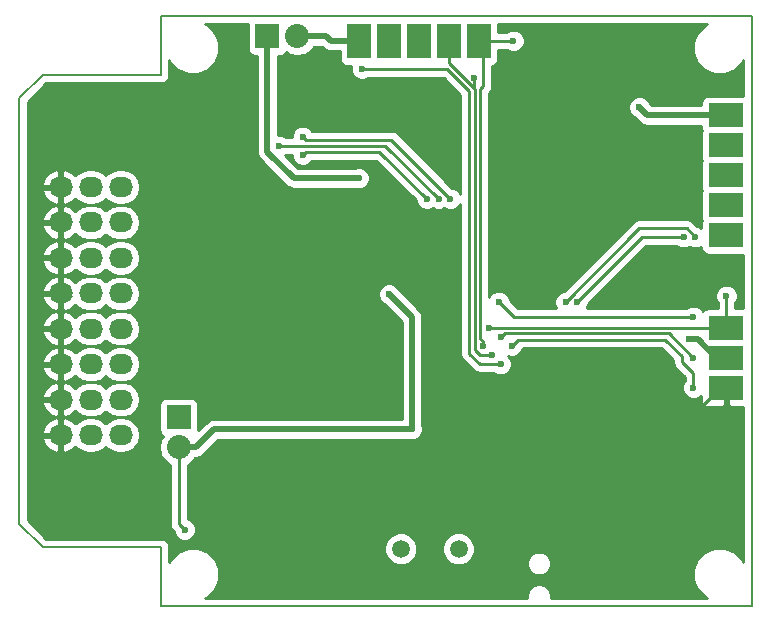
<source format=gbl>
G04 #@! TF.FileFunction,Copper,L2,Bot,Signal*
%FSLAX46Y46*%
G04 Gerber Fmt 4.6, Leading zero omitted, Abs format (unit mm)*
G04 Created by KiCad (PCBNEW 4.0.5-e0-6337~49~ubuntu16.04.1) date Thu Jan  5 22:53:43 2017*
%MOMM*%
%LPD*%
G01*
G04 APERTURE LIST*
%ADD10C,0.100000*%
%ADD11C,0.150000*%
%ADD12O,2.032000X1.727200*%
%ADD13R,2.000000X3.000000*%
%ADD14R,3.000000X2.000000*%
%ADD15R,2.032000X2.032000*%
%ADD16O,2.032000X2.032000*%
%ADD17C,1.501140*%
%ADD18C,0.600000*%
%ADD19C,0.250000*%
%ADD20C,0.500000*%
%ADD21C,0.254000*%
G04 APERTURE END LIST*
D10*
D11*
X25000000Y-25000000D02*
X25000000Y25000000D01*
X-25000000Y-25000000D02*
X25000000Y-25000000D01*
X-25000000Y-20000000D02*
X-25000000Y-25000000D01*
X-35000000Y-20000000D02*
X-25000000Y-20000000D01*
X-37000000Y-18000000D02*
X-35000000Y-20000000D01*
X-37000000Y18000000D02*
X-37000000Y-18000000D01*
X-35000000Y20000000D02*
X-37000000Y18000000D01*
X-25000000Y20000000D02*
X-35000000Y20000000D01*
X-25000000Y25000000D02*
X-25000000Y20000000D01*
X25000000Y25000000D02*
X-25000000Y25000000D01*
D12*
X-33500000Y10500000D03*
X-33500000Y7500000D03*
X-33500000Y4500000D03*
X-33500000Y1500000D03*
X-33500000Y-1500000D03*
X-33500000Y-4500000D03*
X-33500000Y-7500000D03*
X-33500000Y-10500000D03*
X-30960000Y10500000D03*
X-30960000Y7500000D03*
X-30960000Y4500000D03*
X-30960000Y1500000D03*
X-30960000Y-1500000D03*
X-30960000Y-4500000D03*
X-30960000Y-7500000D03*
X-30960000Y-10500000D03*
X-28420000Y10500000D03*
X-28420000Y7500000D03*
X-28420000Y4500000D03*
X-28420000Y1500000D03*
X-28420000Y-1500000D03*
X-28420000Y-4500000D03*
X-28420000Y-7500000D03*
X-28420000Y-10500000D03*
D13*
X-8236000Y22865000D03*
X-5696000Y22865000D03*
X-3156000Y22865000D03*
X-616000Y22865000D03*
X1924000Y22865000D03*
D14*
X22865000Y-1397000D03*
X22865000Y-3937000D03*
X22865000Y-6477000D03*
D15*
X-16000000Y23250000D03*
D16*
X-13460000Y23250000D03*
D15*
X-23500000Y-9000000D03*
D16*
X-23500000Y-11540000D03*
D14*
X22865000Y16580000D03*
X22865000Y14040000D03*
X22865000Y11500000D03*
X22865000Y8960000D03*
X22865000Y6420000D03*
D17*
X-4690940Y-20130000D03*
X190940Y-20130000D03*
D18*
X-2140000Y-22206000D03*
X-11030000Y-16110000D03*
X3250000Y16750000D03*
X-19900000Y16800000D03*
X-19900000Y13300000D03*
X-15200000Y-11500000D03*
X-19000000Y-14500000D03*
X15100000Y1200000D03*
X18500000Y4600000D03*
X-29750000Y-17250000D03*
X20250000Y9000000D03*
X-5442000Y-1632002D03*
X-1378000Y-5823000D03*
X-5442000Y-5822996D03*
X3194002Y5861000D03*
X-4679998Y5861000D03*
X-870000Y15894018D03*
X-3537002Y18688000D03*
X18180000Y-4426000D03*
X7766000Y-7728000D03*
X6496000Y-16110000D03*
X3250000Y11750000D03*
X5734000Y400000D03*
X16783000Y13989000D03*
X-9506000Y146000D03*
X-10522004Y-4045000D03*
X-23000000Y-18500000D03*
X-8250000Y11250000D03*
X15500000Y17250000D03*
X-5696006Y1416000D03*
X-3750000Y-10000000D03*
X19704000Y-2394000D03*
X3600000Y800000D03*
X20084990Y-489000D03*
X20085000Y-6477000D03*
X4717996Y-2921000D03*
X3800000Y-2200000D03*
X20084994Y-3937000D03*
X2785872Y-1457069D03*
X22879000Y1289000D03*
X4845000Y22879000D03*
X2250000Y-3000000D03*
X1543000Y19704000D03*
X2999994Y-3750000D03*
X-8000000Y20500000D03*
X3750000Y-4500000D03*
X-13000000Y14750000D03*
X-500000Y9500000D03*
X-15000000Y14000000D03*
X-1500000Y9500000D03*
X-13000000Y13250000D03*
X-2500000Y9500000D03*
X10250000Y750000D03*
X19250000Y6250000D03*
X9250000Y750000D03*
X20250000Y6250000D03*
D19*
X-5696000Y22865000D02*
X-5696000Y22365000D01*
X-2140000Y-22206000D02*
X-10522000Y-22206000D01*
X-10522000Y-22206000D02*
X-11030000Y-21698000D01*
X-11030000Y-21698000D02*
X-11030000Y-16110000D01*
X3250000Y11750000D02*
X3250000Y16750000D01*
X-19900000Y13300000D02*
X-19900000Y16800000D01*
X-33500000Y10500000D02*
X-33500000Y12200000D01*
X-32400000Y13300000D02*
X-19900000Y13300000D01*
X-33500000Y12200000D02*
X-32400000Y13300000D01*
X-16000000Y-11500000D02*
X-15200000Y-11500000D01*
X-19000000Y-14500000D02*
X-16000000Y-11500000D01*
X18500000Y4600000D02*
X15100000Y1200000D01*
X-33500000Y-13500000D02*
X-33500000Y-10500000D01*
X-29750000Y-17250000D02*
X-33500000Y-13500000D01*
X16783000Y13989000D02*
X16783000Y11967000D01*
X19750000Y9000000D02*
X20250000Y9000000D01*
X16783000Y11967000D02*
X19750000Y9000000D01*
X-6712000Y-362002D02*
X-5741999Y-1332003D01*
X-6712000Y3828998D02*
X-6712000Y-362002D01*
X-4679998Y5861000D02*
X-6712000Y3828998D01*
X-5741999Y-1332003D02*
X-5442000Y-1632002D01*
X-5442000Y-5822996D02*
X-5442000Y-1632002D01*
X6496000Y-12554000D02*
X5353000Y-12554000D01*
X-1078001Y-6122999D02*
X-1378000Y-5823000D01*
X5353000Y-12554000D02*
X-1078001Y-6122999D01*
X3194002Y5436736D02*
X3194002Y5861000D01*
X3194002Y2939998D02*
X3194002Y5436736D01*
X5734000Y400000D02*
X3194002Y2939998D01*
X-870000Y15894018D02*
X-3537002Y18561020D01*
X-3537002Y18561020D02*
X-3537002Y18688000D01*
X22865000Y-6477000D02*
X22365000Y-6477000D01*
X18180000Y-7220000D02*
X18180000Y-4426000D01*
X19069000Y-8109000D02*
X18180000Y-7220000D01*
X20733000Y-8109000D02*
X19069000Y-8109000D01*
X22365000Y-6477000D02*
X20733000Y-8109000D01*
X7766000Y-7728000D02*
X6496000Y-8998000D01*
X6496000Y-8998000D02*
X6496000Y-12554000D01*
X6496000Y-12554000D02*
X6496000Y-16110000D01*
X3364264Y11576000D02*
X3250000Y11750000D01*
X14370000Y11576000D02*
X3364264Y11576000D01*
X16783000Y13989000D02*
X14370000Y11576000D01*
X-32620000Y1270000D02*
X-34036000Y1270000D01*
X-9506000Y146000D02*
X-9506000Y-3028996D01*
X-10222005Y-3745001D02*
X-10522004Y-4045000D01*
X-9506000Y-3028996D02*
X-10222005Y-3745001D01*
X-23500000Y-11540000D02*
X-23500000Y-18000000D01*
X-23500000Y-18000000D02*
X-23000000Y-18500000D01*
D20*
X-16000000Y23250000D02*
X-16000000Y13500000D01*
X-13750000Y11250000D02*
X-8250000Y11250000D01*
X-16000000Y13500000D02*
X-13750000Y11250000D01*
X-3750000Y-10000000D02*
X-20500000Y-10000000D01*
X-22040000Y-11540000D02*
X-23500000Y-11540000D01*
X-20500000Y-10000000D02*
X-22040000Y-11540000D01*
X22865000Y16580000D02*
X16170000Y16580000D01*
X16170000Y16580000D02*
X15500000Y17250000D01*
X-5396007Y1116001D02*
X-5696006Y1416000D01*
X-3750000Y-10000000D02*
X-3750000Y-530006D01*
X-3750000Y-530006D02*
X-5396007Y1116001D01*
X22009000Y-3937000D02*
X20466000Y-2394000D01*
X20466000Y-2394000D02*
X19704000Y-2394000D01*
X22865000Y-3937000D02*
X22009000Y-3937000D01*
D19*
X20084990Y-489000D02*
X4889000Y-489000D01*
X3899999Y500001D02*
X3600000Y800000D01*
X4889000Y-489000D02*
X3899999Y500001D01*
X4717996Y-2921000D02*
X5225996Y-2413000D01*
X5225996Y-2413000D02*
X17672000Y-2413000D01*
X17672000Y-2413000D02*
X19100000Y-3841000D01*
X19100000Y-3841000D02*
X19100000Y-4300000D01*
X19100000Y-4300000D02*
X20085000Y-5285000D01*
X20085000Y-5285000D02*
X20085000Y-6477000D01*
X4099999Y-1900001D02*
X3800000Y-2200000D01*
X18047995Y-1900001D02*
X4099999Y-1900001D01*
X20084994Y-3937000D02*
X18047995Y-1900001D01*
X2845941Y-1397000D02*
X2785872Y-1457069D01*
X22865000Y-1397000D02*
X2845941Y-1397000D01*
X22879000Y1289000D02*
X22879000Y-1383000D01*
X22879000Y-1383000D02*
X22865000Y-1397000D01*
X2250000Y-2575736D02*
X2250000Y-3000000D01*
X2004033Y-2329769D02*
X2250000Y-2575736D01*
X2305000Y19069000D02*
X2004033Y18768033D01*
X2305000Y22484000D02*
X2305000Y19069000D01*
X2004033Y18768033D02*
X2004033Y-2329769D01*
X1924000Y22865000D02*
X2305000Y22484000D01*
X4845000Y22879000D02*
X1938000Y22879000D01*
X1938000Y22879000D02*
X1924000Y22865000D01*
X-616000Y20976822D02*
X1554022Y18806800D01*
X-616000Y22865000D02*
X-616000Y20976822D01*
X1543000Y19704000D02*
X1543000Y18817822D01*
X1543000Y18817822D02*
X1554022Y18806800D01*
X2575730Y-3750000D02*
X2999994Y-3750000D01*
X1554022Y-3304022D02*
X2000000Y-3750000D01*
X1554022Y18806800D02*
X1554022Y-3304022D01*
X2000000Y-3750000D02*
X2575730Y-3750000D01*
X-7000000Y20470000D02*
X-7970000Y20470000D01*
X-7970000Y20470000D02*
X-8000000Y20500000D01*
X3325736Y-4500000D02*
X3750000Y-4500000D01*
X2000000Y-4500000D02*
X3325736Y-4500000D01*
X1104011Y-3604011D02*
X2000000Y-4500000D01*
X1104011Y18620400D02*
X1104011Y-3604011D01*
X-745589Y20470000D02*
X1104011Y18620400D01*
X-7051000Y20470000D02*
X-7000000Y20470000D01*
X-7000000Y20470000D02*
X-745589Y20470000D01*
X-12750000Y14500000D02*
X-13000000Y14750000D01*
X-5500000Y14500000D02*
X-12750000Y14500000D01*
X-500000Y9500000D02*
X-5500000Y14500000D01*
X-6000000Y14000000D02*
X-15000000Y14000000D01*
X-1500000Y9500000D02*
X-6000000Y14000000D01*
X-12750000Y13500000D02*
X-13000000Y13250000D01*
X-6500000Y13500000D02*
X-12750000Y13500000D01*
X-2500000Y9500000D02*
X-6500000Y13500000D01*
X15750000Y6250000D02*
X10250000Y750000D01*
X19250000Y6250000D02*
X15750000Y6250000D01*
X15500000Y7000000D02*
X19500000Y7000000D01*
X19500000Y7000000D02*
X20250000Y6250000D01*
X9250000Y750000D02*
X15250000Y6750000D01*
X15250000Y6750000D02*
X15500000Y7000000D01*
D20*
X-8236000Y22865000D02*
X-10615000Y22865000D01*
X-11000000Y23250000D02*
X-13460000Y23250000D01*
X-10615000Y22865000D02*
X-11000000Y23250000D01*
D21*
G36*
X-17663440Y24266000D02*
X-17663440Y22234000D01*
X-17619162Y21998683D01*
X-17480090Y21782559D01*
X-17267890Y21637569D01*
X-17016000Y21586560D01*
X-16885000Y21586560D01*
X-16885000Y13500005D01*
X-16885001Y13500000D01*
X-16844790Y13297852D01*
X-16817633Y13161325D01*
X-16684849Y12962599D01*
X-16625790Y12874210D01*
X-14375792Y10624213D01*
X-14375790Y10624210D01*
X-14183946Y10496025D01*
X-14088674Y10432366D01*
X-13750000Y10364999D01*
X-13749995Y10365000D01*
X-8556822Y10365000D01*
X-8436799Y10315162D01*
X-8064833Y10314838D01*
X-7721057Y10456883D01*
X-7457808Y10719673D01*
X-7315162Y11063201D01*
X-7314838Y11435167D01*
X-7456883Y11778943D01*
X-7719673Y12042192D01*
X-8063201Y12184838D01*
X-8435167Y12185162D01*
X-8556569Y12135000D01*
X-13383421Y12135000D01*
X-14463173Y13214753D01*
X-14437882Y13240000D01*
X-13935009Y13240000D01*
X-13935162Y13064833D01*
X-13793117Y12721057D01*
X-13530327Y12457808D01*
X-13186799Y12315162D01*
X-12814833Y12314838D01*
X-12471057Y12456883D01*
X-12207808Y12719673D01*
X-12199367Y12740000D01*
X-6814802Y12740000D01*
X-3435122Y9360320D01*
X-3435162Y9314833D01*
X-3293117Y8971057D01*
X-3030327Y8707808D01*
X-2686799Y8565162D01*
X-2314833Y8564838D01*
X-1999649Y8695069D01*
X-1686799Y8565162D01*
X-1314833Y8564838D01*
X-999649Y8695069D01*
X-686799Y8565162D01*
X-314833Y8564838D01*
X28943Y8706883D01*
X292192Y8969673D01*
X344011Y9094466D01*
X344011Y-3604011D01*
X401863Y-3894850D01*
X566610Y-4141412D01*
X1462599Y-5037401D01*
X1709161Y-5202148D01*
X2000000Y-5260000D01*
X3187537Y-5260000D01*
X3219673Y-5292192D01*
X3563201Y-5434838D01*
X3935167Y-5435162D01*
X4278943Y-5293117D01*
X4542192Y-5030327D01*
X4684838Y-4686799D01*
X4685162Y-4314833D01*
X4543117Y-3971057D01*
X4355107Y-3782719D01*
X4531197Y-3855838D01*
X4903163Y-3856162D01*
X5246939Y-3714117D01*
X5510188Y-3451327D01*
X5625760Y-3173000D01*
X17357198Y-3173000D01*
X18340000Y-4155802D01*
X18340000Y-4300000D01*
X18397852Y-4590839D01*
X18562599Y-4837401D01*
X19325000Y-5599802D01*
X19325000Y-5914537D01*
X19292808Y-5946673D01*
X19150162Y-6290201D01*
X19149838Y-6662167D01*
X19291883Y-7005943D01*
X19554673Y-7269192D01*
X19898201Y-7411838D01*
X20270167Y-7412162D01*
X20613943Y-7270117D01*
X20730000Y-7154262D01*
X20730000Y-7603309D01*
X20826673Y-7836698D01*
X21005301Y-8015327D01*
X21238690Y-8112000D01*
X22579250Y-8112000D01*
X22738000Y-7953250D01*
X22738000Y-6604000D01*
X22718000Y-6604000D01*
X22718000Y-6350000D01*
X22738000Y-6350000D01*
X22738000Y-6330000D01*
X22992000Y-6330000D01*
X22992000Y-6350000D01*
X23012000Y-6350000D01*
X23012000Y-6604000D01*
X22992000Y-6604000D01*
X22992000Y-7953250D01*
X23150750Y-8112000D01*
X24290000Y-8112000D01*
X24290000Y-21263500D01*
X24195845Y-21035628D01*
X23567679Y-20406364D01*
X22746519Y-20065389D01*
X21857381Y-20064613D01*
X21035628Y-20404155D01*
X20406364Y-21032321D01*
X20065389Y-21853481D01*
X20064613Y-22742619D01*
X20404155Y-23564372D01*
X21032321Y-24193636D01*
X21264392Y-24290000D01*
X8009856Y-24290000D01*
X8010175Y-23924980D01*
X7856736Y-23553628D01*
X7572866Y-23269263D01*
X7201783Y-23115176D01*
X6799980Y-23114825D01*
X6428628Y-23268264D01*
X6144263Y-23552134D01*
X5990176Y-23923217D01*
X5989856Y-24290000D01*
X-21263500Y-24290000D01*
X-21035628Y-24195845D01*
X-20406364Y-23567679D01*
X-20065389Y-22746519D01*
X-20064613Y-21857381D01*
X-20181282Y-21575020D01*
X5989825Y-21575020D01*
X6143264Y-21946372D01*
X6427134Y-22230737D01*
X6798217Y-22384824D01*
X7200020Y-22385175D01*
X7571372Y-22231736D01*
X7855737Y-21947866D01*
X8009824Y-21576783D01*
X8010175Y-21174980D01*
X7856736Y-20803628D01*
X7572866Y-20519263D01*
X7201783Y-20365176D01*
X6799980Y-20364825D01*
X6428628Y-20518264D01*
X6144263Y-20802134D01*
X5990176Y-21173217D01*
X5989825Y-21575020D01*
X-20181282Y-21575020D01*
X-20404155Y-21035628D01*
X-21032321Y-20406364D01*
X-21037055Y-20404398D01*
X-6076750Y-20404398D01*
X-5866254Y-20913837D01*
X-5476827Y-21303944D01*
X-4967756Y-21515329D01*
X-4416542Y-21515810D01*
X-3907103Y-21305314D01*
X-3516996Y-20915887D01*
X-3305611Y-20406816D01*
X-3305609Y-20404398D01*
X-1194870Y-20404398D01*
X-984374Y-20913837D01*
X-594947Y-21303944D01*
X-85876Y-21515329D01*
X465338Y-21515810D01*
X974777Y-21305314D01*
X1364884Y-20915887D01*
X1576269Y-20406816D01*
X1576750Y-19855602D01*
X1366254Y-19346163D01*
X976827Y-18956056D01*
X467756Y-18744671D01*
X-83458Y-18744190D01*
X-592897Y-18954686D01*
X-983004Y-19344113D01*
X-1194389Y-19853184D01*
X-1194870Y-20404398D01*
X-3305609Y-20404398D01*
X-3305130Y-19855602D01*
X-3515626Y-19346163D01*
X-3905053Y-18956056D01*
X-4414124Y-18744671D01*
X-4965338Y-18744190D01*
X-5474777Y-18954686D01*
X-5864884Y-19344113D01*
X-6076269Y-19853184D01*
X-6076750Y-20404398D01*
X-21037055Y-20404398D01*
X-21853481Y-20065389D01*
X-22742619Y-20064613D01*
X-23564372Y-20404155D01*
X-24193636Y-21032321D01*
X-24290000Y-21264392D01*
X-24290000Y-20000000D01*
X-24344046Y-19728295D01*
X-24497954Y-19497954D01*
X-24728295Y-19344046D01*
X-25000000Y-19290000D01*
X-34705908Y-19290000D01*
X-36290000Y-17705908D01*
X-36290000Y-10859026D01*
X-35107358Y-10859026D01*
X-35104709Y-10874791D01*
X-34850732Y-11402036D01*
X-34414320Y-11791954D01*
X-33861913Y-11985184D01*
X-33627000Y-11840924D01*
X-33627000Y-10627000D01*
X-34986217Y-10627000D01*
X-35107358Y-10859026D01*
X-36290000Y-10859026D01*
X-36290000Y-10140974D01*
X-35107358Y-10140974D01*
X-34986217Y-10373000D01*
X-33627000Y-10373000D01*
X-33627000Y-9159076D01*
X-33373000Y-9159076D01*
X-33373000Y-10373000D01*
X-33353000Y-10373000D01*
X-33353000Y-10627000D01*
X-33373000Y-10627000D01*
X-33373000Y-11840924D01*
X-33138087Y-11985184D01*
X-32585680Y-11791954D01*
X-32249754Y-11491816D01*
X-32204415Y-11559670D01*
X-31718234Y-11884526D01*
X-31144745Y-11998600D01*
X-30775255Y-11998600D01*
X-30201766Y-11884526D01*
X-29715585Y-11559670D01*
X-29690000Y-11521379D01*
X-29664415Y-11559670D01*
X-29178234Y-11884526D01*
X-28604745Y-11998600D01*
X-28235255Y-11998600D01*
X-27661766Y-11884526D01*
X-27175585Y-11559670D01*
X-27162442Y-11540000D01*
X-25183345Y-11540000D01*
X-25057670Y-12171810D01*
X-24699778Y-12707433D01*
X-24260000Y-13001283D01*
X-24260000Y-18000000D01*
X-24202148Y-18290839D01*
X-24037401Y-18537401D01*
X-23935122Y-18639680D01*
X-23935162Y-18685167D01*
X-23793117Y-19028943D01*
X-23530327Y-19292192D01*
X-23186799Y-19434838D01*
X-22814833Y-19435162D01*
X-22471057Y-19293117D01*
X-22207808Y-19030327D01*
X-22065162Y-18686799D01*
X-22064838Y-18314833D01*
X-22206883Y-17971057D01*
X-22469673Y-17707808D01*
X-22740000Y-17595558D01*
X-22740000Y-13001283D01*
X-22300222Y-12707433D01*
X-22111506Y-12425000D01*
X-22040005Y-12425000D01*
X-22040000Y-12425001D01*
X-21757516Y-12368810D01*
X-21701325Y-12357633D01*
X-21414210Y-12165790D01*
X-20133421Y-10885000D01*
X-4056822Y-10885000D01*
X-3936799Y-10934838D01*
X-3564833Y-10935162D01*
X-3221057Y-10793117D01*
X-2957808Y-10530327D01*
X-2815162Y-10186799D01*
X-2814838Y-9814833D01*
X-2865000Y-9693431D01*
X-2865000Y-530006D01*
X-2932367Y-191331D01*
X-3124210Y95784D01*
X-3124213Y95786D01*
X-4770217Y1741791D01*
X-4770220Y1741793D01*
X-4853261Y1824835D01*
X-4902889Y1944943D01*
X-5165679Y2208192D01*
X-5509207Y2350838D01*
X-5881173Y2351162D01*
X-6224949Y2209117D01*
X-6488198Y1946327D01*
X-6630844Y1602799D01*
X-6631168Y1230833D01*
X-6489123Y887057D01*
X-6226333Y623808D01*
X-6105019Y573434D01*
X-6021799Y490214D01*
X-6021797Y490211D01*
X-4635000Y-896585D01*
X-4635000Y-9115000D01*
X-20499995Y-9115000D01*
X-20500000Y-9114999D01*
X-20782484Y-9171190D01*
X-20838675Y-9182367D01*
X-21125790Y-9374210D01*
X-21125792Y-9374213D01*
X-21854076Y-10102497D01*
X-21836560Y-10016000D01*
X-21836560Y-7984000D01*
X-21880838Y-7748683D01*
X-22019910Y-7532559D01*
X-22232110Y-7387569D01*
X-22484000Y-7336560D01*
X-24516000Y-7336560D01*
X-24751317Y-7380838D01*
X-24967441Y-7519910D01*
X-25112431Y-7732110D01*
X-25163440Y-7984000D01*
X-25163440Y-10016000D01*
X-25119162Y-10251317D01*
X-24980090Y-10467441D01*
X-24831163Y-10569198D01*
X-25057670Y-10908190D01*
X-25183345Y-11540000D01*
X-27162442Y-11540000D01*
X-26850729Y-11073489D01*
X-26736655Y-10500000D01*
X-26850729Y-9926511D01*
X-27175585Y-9440330D01*
X-27661766Y-9115474D01*
X-28235255Y-9001400D01*
X-28604745Y-9001400D01*
X-29178234Y-9115474D01*
X-29664415Y-9440330D01*
X-29690000Y-9478621D01*
X-29715585Y-9440330D01*
X-30201766Y-9115474D01*
X-30775255Y-9001400D01*
X-31144745Y-9001400D01*
X-31718234Y-9115474D01*
X-32204415Y-9440330D01*
X-32249754Y-9508184D01*
X-32585680Y-9208046D01*
X-33138087Y-9014816D01*
X-33373000Y-9159076D01*
X-33627000Y-9159076D01*
X-33861913Y-9014816D01*
X-34414320Y-9208046D01*
X-34850732Y-9597964D01*
X-35104709Y-10125209D01*
X-35107358Y-10140974D01*
X-36290000Y-10140974D01*
X-36290000Y-7859026D01*
X-35107358Y-7859026D01*
X-35104709Y-7874791D01*
X-34850732Y-8402036D01*
X-34414320Y-8791954D01*
X-33861913Y-8985184D01*
X-33627000Y-8840924D01*
X-33627000Y-7627000D01*
X-34986217Y-7627000D01*
X-35107358Y-7859026D01*
X-36290000Y-7859026D01*
X-36290000Y-7140974D01*
X-35107358Y-7140974D01*
X-34986217Y-7373000D01*
X-33627000Y-7373000D01*
X-33627000Y-6159076D01*
X-33373000Y-6159076D01*
X-33373000Y-7373000D01*
X-33353000Y-7373000D01*
X-33353000Y-7627000D01*
X-33373000Y-7627000D01*
X-33373000Y-8840924D01*
X-33138087Y-8985184D01*
X-32585680Y-8791954D01*
X-32249754Y-8491816D01*
X-32204415Y-8559670D01*
X-31718234Y-8884526D01*
X-31144745Y-8998600D01*
X-30775255Y-8998600D01*
X-30201766Y-8884526D01*
X-29715585Y-8559670D01*
X-29690000Y-8521379D01*
X-29664415Y-8559670D01*
X-29178234Y-8884526D01*
X-28604745Y-8998600D01*
X-28235255Y-8998600D01*
X-27661766Y-8884526D01*
X-27175585Y-8559670D01*
X-26850729Y-8073489D01*
X-26736655Y-7500000D01*
X-26850729Y-6926511D01*
X-27175585Y-6440330D01*
X-27661766Y-6115474D01*
X-28235255Y-6001400D01*
X-28604745Y-6001400D01*
X-29178234Y-6115474D01*
X-29664415Y-6440330D01*
X-29690000Y-6478621D01*
X-29715585Y-6440330D01*
X-30201766Y-6115474D01*
X-30775255Y-6001400D01*
X-31144745Y-6001400D01*
X-31718234Y-6115474D01*
X-32204415Y-6440330D01*
X-32249754Y-6508184D01*
X-32585680Y-6208046D01*
X-33138087Y-6014816D01*
X-33373000Y-6159076D01*
X-33627000Y-6159076D01*
X-33861913Y-6014816D01*
X-34414320Y-6208046D01*
X-34850732Y-6597964D01*
X-35104709Y-7125209D01*
X-35107358Y-7140974D01*
X-36290000Y-7140974D01*
X-36290000Y-4859026D01*
X-35107358Y-4859026D01*
X-35104709Y-4874791D01*
X-34850732Y-5402036D01*
X-34414320Y-5791954D01*
X-33861913Y-5985184D01*
X-33627000Y-5840924D01*
X-33627000Y-4627000D01*
X-34986217Y-4627000D01*
X-35107358Y-4859026D01*
X-36290000Y-4859026D01*
X-36290000Y-4140974D01*
X-35107358Y-4140974D01*
X-34986217Y-4373000D01*
X-33627000Y-4373000D01*
X-33627000Y-3159076D01*
X-33373000Y-3159076D01*
X-33373000Y-4373000D01*
X-33353000Y-4373000D01*
X-33353000Y-4627000D01*
X-33373000Y-4627000D01*
X-33373000Y-5840924D01*
X-33138087Y-5985184D01*
X-32585680Y-5791954D01*
X-32249754Y-5491816D01*
X-32204415Y-5559670D01*
X-31718234Y-5884526D01*
X-31144745Y-5998600D01*
X-30775255Y-5998600D01*
X-30201766Y-5884526D01*
X-29715585Y-5559670D01*
X-29690000Y-5521379D01*
X-29664415Y-5559670D01*
X-29178234Y-5884526D01*
X-28604745Y-5998600D01*
X-28235255Y-5998600D01*
X-27661766Y-5884526D01*
X-27175585Y-5559670D01*
X-26850729Y-5073489D01*
X-26736655Y-4500000D01*
X-26850729Y-3926511D01*
X-27175585Y-3440330D01*
X-27661766Y-3115474D01*
X-28235255Y-3001400D01*
X-28604745Y-3001400D01*
X-29178234Y-3115474D01*
X-29664415Y-3440330D01*
X-29690000Y-3478621D01*
X-29715585Y-3440330D01*
X-30201766Y-3115474D01*
X-30775255Y-3001400D01*
X-31144745Y-3001400D01*
X-31718234Y-3115474D01*
X-32204415Y-3440330D01*
X-32249754Y-3508184D01*
X-32585680Y-3208046D01*
X-33138087Y-3014816D01*
X-33373000Y-3159076D01*
X-33627000Y-3159076D01*
X-33861913Y-3014816D01*
X-34414320Y-3208046D01*
X-34850732Y-3597964D01*
X-35104709Y-4125209D01*
X-35107358Y-4140974D01*
X-36290000Y-4140974D01*
X-36290000Y-1859026D01*
X-35107358Y-1859026D01*
X-35104709Y-1874791D01*
X-34850732Y-2402036D01*
X-34414320Y-2791954D01*
X-33861913Y-2985184D01*
X-33627000Y-2840924D01*
X-33627000Y-1627000D01*
X-34986217Y-1627000D01*
X-35107358Y-1859026D01*
X-36290000Y-1859026D01*
X-36290000Y-1140974D01*
X-35107358Y-1140974D01*
X-34986217Y-1373000D01*
X-33627000Y-1373000D01*
X-33627000Y-159076D01*
X-33373000Y-159076D01*
X-33373000Y-1373000D01*
X-33353000Y-1373000D01*
X-33353000Y-1627000D01*
X-33373000Y-1627000D01*
X-33373000Y-2840924D01*
X-33138087Y-2985184D01*
X-32585680Y-2791954D01*
X-32249754Y-2491816D01*
X-32204415Y-2559670D01*
X-31718234Y-2884526D01*
X-31144745Y-2998600D01*
X-30775255Y-2998600D01*
X-30201766Y-2884526D01*
X-29715585Y-2559670D01*
X-29690000Y-2521379D01*
X-29664415Y-2559670D01*
X-29178234Y-2884526D01*
X-28604745Y-2998600D01*
X-28235255Y-2998600D01*
X-27661766Y-2884526D01*
X-27175585Y-2559670D01*
X-26850729Y-2073489D01*
X-26736655Y-1500000D01*
X-26850729Y-926511D01*
X-27175585Y-440330D01*
X-27661766Y-115474D01*
X-28235255Y-1400D01*
X-28604745Y-1400D01*
X-29178234Y-115474D01*
X-29664415Y-440330D01*
X-29690000Y-478621D01*
X-29715585Y-440330D01*
X-30201766Y-115474D01*
X-30775255Y-1400D01*
X-31144745Y-1400D01*
X-31718234Y-115474D01*
X-32204415Y-440330D01*
X-32249754Y-508184D01*
X-32585680Y-208046D01*
X-33138087Y-14816D01*
X-33373000Y-159076D01*
X-33627000Y-159076D01*
X-33861913Y-14816D01*
X-34414320Y-208046D01*
X-34850732Y-597964D01*
X-35104709Y-1125209D01*
X-35107358Y-1140974D01*
X-36290000Y-1140974D01*
X-36290000Y1140974D01*
X-35107358Y1140974D01*
X-35104709Y1125209D01*
X-34850732Y597964D01*
X-34414320Y208046D01*
X-33861913Y14816D01*
X-33627000Y159076D01*
X-33627000Y1373000D01*
X-34986217Y1373000D01*
X-35107358Y1140974D01*
X-36290000Y1140974D01*
X-36290000Y1859026D01*
X-35107358Y1859026D01*
X-34986217Y1627000D01*
X-33627000Y1627000D01*
X-33627000Y2840924D01*
X-33373000Y2840924D01*
X-33373000Y1627000D01*
X-33353000Y1627000D01*
X-33353000Y1373000D01*
X-33373000Y1373000D01*
X-33373000Y159076D01*
X-33138087Y14816D01*
X-32585680Y208046D01*
X-32249754Y508184D01*
X-32204415Y440330D01*
X-31718234Y115474D01*
X-31144745Y1400D01*
X-30775255Y1400D01*
X-30201766Y115474D01*
X-29715585Y440330D01*
X-29690000Y478621D01*
X-29664415Y440330D01*
X-29178234Y115474D01*
X-28604745Y1400D01*
X-28235255Y1400D01*
X-27661766Y115474D01*
X-27175585Y440330D01*
X-26850729Y926511D01*
X-26736655Y1500000D01*
X-26850729Y2073489D01*
X-27175585Y2559670D01*
X-27661766Y2884526D01*
X-28235255Y2998600D01*
X-28604745Y2998600D01*
X-29178234Y2884526D01*
X-29664415Y2559670D01*
X-29690000Y2521379D01*
X-29715585Y2559670D01*
X-30201766Y2884526D01*
X-30775255Y2998600D01*
X-31144745Y2998600D01*
X-31718234Y2884526D01*
X-32204415Y2559670D01*
X-32249754Y2491816D01*
X-32585680Y2791954D01*
X-33138087Y2985184D01*
X-33373000Y2840924D01*
X-33627000Y2840924D01*
X-33861913Y2985184D01*
X-34414320Y2791954D01*
X-34850732Y2402036D01*
X-35104709Y1874791D01*
X-35107358Y1859026D01*
X-36290000Y1859026D01*
X-36290000Y4140974D01*
X-35107358Y4140974D01*
X-35104709Y4125209D01*
X-34850732Y3597964D01*
X-34414320Y3208046D01*
X-33861913Y3014816D01*
X-33627000Y3159076D01*
X-33627000Y4373000D01*
X-34986217Y4373000D01*
X-35107358Y4140974D01*
X-36290000Y4140974D01*
X-36290000Y4859026D01*
X-35107358Y4859026D01*
X-34986217Y4627000D01*
X-33627000Y4627000D01*
X-33627000Y5840924D01*
X-33373000Y5840924D01*
X-33373000Y4627000D01*
X-33353000Y4627000D01*
X-33353000Y4373000D01*
X-33373000Y4373000D01*
X-33373000Y3159076D01*
X-33138087Y3014816D01*
X-32585680Y3208046D01*
X-32249754Y3508184D01*
X-32204415Y3440330D01*
X-31718234Y3115474D01*
X-31144745Y3001400D01*
X-30775255Y3001400D01*
X-30201766Y3115474D01*
X-29715585Y3440330D01*
X-29690000Y3478621D01*
X-29664415Y3440330D01*
X-29178234Y3115474D01*
X-28604745Y3001400D01*
X-28235255Y3001400D01*
X-27661766Y3115474D01*
X-27175585Y3440330D01*
X-26850729Y3926511D01*
X-26736655Y4500000D01*
X-26850729Y5073489D01*
X-27175585Y5559670D01*
X-27661766Y5884526D01*
X-28235255Y5998600D01*
X-28604745Y5998600D01*
X-29178234Y5884526D01*
X-29664415Y5559670D01*
X-29690000Y5521379D01*
X-29715585Y5559670D01*
X-30201766Y5884526D01*
X-30775255Y5998600D01*
X-31144745Y5998600D01*
X-31718234Y5884526D01*
X-32204415Y5559670D01*
X-32249754Y5491816D01*
X-32585680Y5791954D01*
X-33138087Y5985184D01*
X-33373000Y5840924D01*
X-33627000Y5840924D01*
X-33861913Y5985184D01*
X-34414320Y5791954D01*
X-34850732Y5402036D01*
X-35104709Y4874791D01*
X-35107358Y4859026D01*
X-36290000Y4859026D01*
X-36290000Y7140974D01*
X-35107358Y7140974D01*
X-35104709Y7125209D01*
X-34850732Y6597964D01*
X-34414320Y6208046D01*
X-33861913Y6014816D01*
X-33627000Y6159076D01*
X-33627000Y7373000D01*
X-34986217Y7373000D01*
X-35107358Y7140974D01*
X-36290000Y7140974D01*
X-36290000Y7859026D01*
X-35107358Y7859026D01*
X-34986217Y7627000D01*
X-33627000Y7627000D01*
X-33627000Y8840924D01*
X-33373000Y8840924D01*
X-33373000Y7627000D01*
X-33353000Y7627000D01*
X-33353000Y7373000D01*
X-33373000Y7373000D01*
X-33373000Y6159076D01*
X-33138087Y6014816D01*
X-32585680Y6208046D01*
X-32249754Y6508184D01*
X-32204415Y6440330D01*
X-31718234Y6115474D01*
X-31144745Y6001400D01*
X-30775255Y6001400D01*
X-30201766Y6115474D01*
X-29715585Y6440330D01*
X-29690000Y6478621D01*
X-29664415Y6440330D01*
X-29178234Y6115474D01*
X-28604745Y6001400D01*
X-28235255Y6001400D01*
X-27661766Y6115474D01*
X-27175585Y6440330D01*
X-26850729Y6926511D01*
X-26736655Y7500000D01*
X-26850729Y8073489D01*
X-27175585Y8559670D01*
X-27661766Y8884526D01*
X-28235255Y8998600D01*
X-28604745Y8998600D01*
X-29178234Y8884526D01*
X-29664415Y8559670D01*
X-29690000Y8521379D01*
X-29715585Y8559670D01*
X-30201766Y8884526D01*
X-30775255Y8998600D01*
X-31144745Y8998600D01*
X-31718234Y8884526D01*
X-32204415Y8559670D01*
X-32249754Y8491816D01*
X-32585680Y8791954D01*
X-33138087Y8985184D01*
X-33373000Y8840924D01*
X-33627000Y8840924D01*
X-33861913Y8985184D01*
X-34414320Y8791954D01*
X-34850732Y8402036D01*
X-35104709Y7874791D01*
X-35107358Y7859026D01*
X-36290000Y7859026D01*
X-36290000Y10140974D01*
X-35107358Y10140974D01*
X-35104709Y10125209D01*
X-34850732Y9597964D01*
X-34414320Y9208046D01*
X-33861913Y9014816D01*
X-33627000Y9159076D01*
X-33627000Y10373000D01*
X-34986217Y10373000D01*
X-35107358Y10140974D01*
X-36290000Y10140974D01*
X-36290000Y10859026D01*
X-35107358Y10859026D01*
X-34986217Y10627000D01*
X-33627000Y10627000D01*
X-33627000Y11840924D01*
X-33373000Y11840924D01*
X-33373000Y10627000D01*
X-33353000Y10627000D01*
X-33353000Y10373000D01*
X-33373000Y10373000D01*
X-33373000Y9159076D01*
X-33138087Y9014816D01*
X-32585680Y9208046D01*
X-32249754Y9508184D01*
X-32204415Y9440330D01*
X-31718234Y9115474D01*
X-31144745Y9001400D01*
X-30775255Y9001400D01*
X-30201766Y9115474D01*
X-29715585Y9440330D01*
X-29690000Y9478621D01*
X-29664415Y9440330D01*
X-29178234Y9115474D01*
X-28604745Y9001400D01*
X-28235255Y9001400D01*
X-27661766Y9115474D01*
X-27175585Y9440330D01*
X-26850729Y9926511D01*
X-26736655Y10500000D01*
X-26850729Y11073489D01*
X-27175585Y11559670D01*
X-27661766Y11884526D01*
X-28235255Y11998600D01*
X-28604745Y11998600D01*
X-29178234Y11884526D01*
X-29664415Y11559670D01*
X-29690000Y11521379D01*
X-29715585Y11559670D01*
X-30201766Y11884526D01*
X-30775255Y11998600D01*
X-31144745Y11998600D01*
X-31718234Y11884526D01*
X-32204415Y11559670D01*
X-32249754Y11491816D01*
X-32585680Y11791954D01*
X-33138087Y11985184D01*
X-33373000Y11840924D01*
X-33627000Y11840924D01*
X-33861913Y11985184D01*
X-34414320Y11791954D01*
X-34850732Y11402036D01*
X-35104709Y10874791D01*
X-35107358Y10859026D01*
X-36290000Y10859026D01*
X-36290000Y17705908D01*
X-34705908Y19290000D01*
X-25000000Y19290000D01*
X-24728295Y19344046D01*
X-24497954Y19497954D01*
X-24344046Y19728295D01*
X-24290000Y20000000D01*
X-24290000Y21263500D01*
X-24195845Y21035628D01*
X-23567679Y20406364D01*
X-22746519Y20065389D01*
X-21857381Y20064613D01*
X-21035628Y20404155D01*
X-20406364Y21032321D01*
X-20065389Y21853481D01*
X-20064613Y22742619D01*
X-20404155Y23564372D01*
X-21032321Y24193636D01*
X-21264392Y24290000D01*
X-17658580Y24290000D01*
X-17663440Y24266000D01*
X-17663440Y24266000D01*
G37*
X-17663440Y24266000D02*
X-17663440Y22234000D01*
X-17619162Y21998683D01*
X-17480090Y21782559D01*
X-17267890Y21637569D01*
X-17016000Y21586560D01*
X-16885000Y21586560D01*
X-16885000Y13500005D01*
X-16885001Y13500000D01*
X-16844790Y13297852D01*
X-16817633Y13161325D01*
X-16684849Y12962599D01*
X-16625790Y12874210D01*
X-14375792Y10624213D01*
X-14375790Y10624210D01*
X-14183946Y10496025D01*
X-14088674Y10432366D01*
X-13750000Y10364999D01*
X-13749995Y10365000D01*
X-8556822Y10365000D01*
X-8436799Y10315162D01*
X-8064833Y10314838D01*
X-7721057Y10456883D01*
X-7457808Y10719673D01*
X-7315162Y11063201D01*
X-7314838Y11435167D01*
X-7456883Y11778943D01*
X-7719673Y12042192D01*
X-8063201Y12184838D01*
X-8435167Y12185162D01*
X-8556569Y12135000D01*
X-13383421Y12135000D01*
X-14463173Y13214753D01*
X-14437882Y13240000D01*
X-13935009Y13240000D01*
X-13935162Y13064833D01*
X-13793117Y12721057D01*
X-13530327Y12457808D01*
X-13186799Y12315162D01*
X-12814833Y12314838D01*
X-12471057Y12456883D01*
X-12207808Y12719673D01*
X-12199367Y12740000D01*
X-6814802Y12740000D01*
X-3435122Y9360320D01*
X-3435162Y9314833D01*
X-3293117Y8971057D01*
X-3030327Y8707808D01*
X-2686799Y8565162D01*
X-2314833Y8564838D01*
X-1999649Y8695069D01*
X-1686799Y8565162D01*
X-1314833Y8564838D01*
X-999649Y8695069D01*
X-686799Y8565162D01*
X-314833Y8564838D01*
X28943Y8706883D01*
X292192Y8969673D01*
X344011Y9094466D01*
X344011Y-3604011D01*
X401863Y-3894850D01*
X566610Y-4141412D01*
X1462599Y-5037401D01*
X1709161Y-5202148D01*
X2000000Y-5260000D01*
X3187537Y-5260000D01*
X3219673Y-5292192D01*
X3563201Y-5434838D01*
X3935167Y-5435162D01*
X4278943Y-5293117D01*
X4542192Y-5030327D01*
X4684838Y-4686799D01*
X4685162Y-4314833D01*
X4543117Y-3971057D01*
X4355107Y-3782719D01*
X4531197Y-3855838D01*
X4903163Y-3856162D01*
X5246939Y-3714117D01*
X5510188Y-3451327D01*
X5625760Y-3173000D01*
X17357198Y-3173000D01*
X18340000Y-4155802D01*
X18340000Y-4300000D01*
X18397852Y-4590839D01*
X18562599Y-4837401D01*
X19325000Y-5599802D01*
X19325000Y-5914537D01*
X19292808Y-5946673D01*
X19150162Y-6290201D01*
X19149838Y-6662167D01*
X19291883Y-7005943D01*
X19554673Y-7269192D01*
X19898201Y-7411838D01*
X20270167Y-7412162D01*
X20613943Y-7270117D01*
X20730000Y-7154262D01*
X20730000Y-7603309D01*
X20826673Y-7836698D01*
X21005301Y-8015327D01*
X21238690Y-8112000D01*
X22579250Y-8112000D01*
X22738000Y-7953250D01*
X22738000Y-6604000D01*
X22718000Y-6604000D01*
X22718000Y-6350000D01*
X22738000Y-6350000D01*
X22738000Y-6330000D01*
X22992000Y-6330000D01*
X22992000Y-6350000D01*
X23012000Y-6350000D01*
X23012000Y-6604000D01*
X22992000Y-6604000D01*
X22992000Y-7953250D01*
X23150750Y-8112000D01*
X24290000Y-8112000D01*
X24290000Y-21263500D01*
X24195845Y-21035628D01*
X23567679Y-20406364D01*
X22746519Y-20065389D01*
X21857381Y-20064613D01*
X21035628Y-20404155D01*
X20406364Y-21032321D01*
X20065389Y-21853481D01*
X20064613Y-22742619D01*
X20404155Y-23564372D01*
X21032321Y-24193636D01*
X21264392Y-24290000D01*
X8009856Y-24290000D01*
X8010175Y-23924980D01*
X7856736Y-23553628D01*
X7572866Y-23269263D01*
X7201783Y-23115176D01*
X6799980Y-23114825D01*
X6428628Y-23268264D01*
X6144263Y-23552134D01*
X5990176Y-23923217D01*
X5989856Y-24290000D01*
X-21263500Y-24290000D01*
X-21035628Y-24195845D01*
X-20406364Y-23567679D01*
X-20065389Y-22746519D01*
X-20064613Y-21857381D01*
X-20181282Y-21575020D01*
X5989825Y-21575020D01*
X6143264Y-21946372D01*
X6427134Y-22230737D01*
X6798217Y-22384824D01*
X7200020Y-22385175D01*
X7571372Y-22231736D01*
X7855737Y-21947866D01*
X8009824Y-21576783D01*
X8010175Y-21174980D01*
X7856736Y-20803628D01*
X7572866Y-20519263D01*
X7201783Y-20365176D01*
X6799980Y-20364825D01*
X6428628Y-20518264D01*
X6144263Y-20802134D01*
X5990176Y-21173217D01*
X5989825Y-21575020D01*
X-20181282Y-21575020D01*
X-20404155Y-21035628D01*
X-21032321Y-20406364D01*
X-21037055Y-20404398D01*
X-6076750Y-20404398D01*
X-5866254Y-20913837D01*
X-5476827Y-21303944D01*
X-4967756Y-21515329D01*
X-4416542Y-21515810D01*
X-3907103Y-21305314D01*
X-3516996Y-20915887D01*
X-3305611Y-20406816D01*
X-3305609Y-20404398D01*
X-1194870Y-20404398D01*
X-984374Y-20913837D01*
X-594947Y-21303944D01*
X-85876Y-21515329D01*
X465338Y-21515810D01*
X974777Y-21305314D01*
X1364884Y-20915887D01*
X1576269Y-20406816D01*
X1576750Y-19855602D01*
X1366254Y-19346163D01*
X976827Y-18956056D01*
X467756Y-18744671D01*
X-83458Y-18744190D01*
X-592897Y-18954686D01*
X-983004Y-19344113D01*
X-1194389Y-19853184D01*
X-1194870Y-20404398D01*
X-3305609Y-20404398D01*
X-3305130Y-19855602D01*
X-3515626Y-19346163D01*
X-3905053Y-18956056D01*
X-4414124Y-18744671D01*
X-4965338Y-18744190D01*
X-5474777Y-18954686D01*
X-5864884Y-19344113D01*
X-6076269Y-19853184D01*
X-6076750Y-20404398D01*
X-21037055Y-20404398D01*
X-21853481Y-20065389D01*
X-22742619Y-20064613D01*
X-23564372Y-20404155D01*
X-24193636Y-21032321D01*
X-24290000Y-21264392D01*
X-24290000Y-20000000D01*
X-24344046Y-19728295D01*
X-24497954Y-19497954D01*
X-24728295Y-19344046D01*
X-25000000Y-19290000D01*
X-34705908Y-19290000D01*
X-36290000Y-17705908D01*
X-36290000Y-10859026D01*
X-35107358Y-10859026D01*
X-35104709Y-10874791D01*
X-34850732Y-11402036D01*
X-34414320Y-11791954D01*
X-33861913Y-11985184D01*
X-33627000Y-11840924D01*
X-33627000Y-10627000D01*
X-34986217Y-10627000D01*
X-35107358Y-10859026D01*
X-36290000Y-10859026D01*
X-36290000Y-10140974D01*
X-35107358Y-10140974D01*
X-34986217Y-10373000D01*
X-33627000Y-10373000D01*
X-33627000Y-9159076D01*
X-33373000Y-9159076D01*
X-33373000Y-10373000D01*
X-33353000Y-10373000D01*
X-33353000Y-10627000D01*
X-33373000Y-10627000D01*
X-33373000Y-11840924D01*
X-33138087Y-11985184D01*
X-32585680Y-11791954D01*
X-32249754Y-11491816D01*
X-32204415Y-11559670D01*
X-31718234Y-11884526D01*
X-31144745Y-11998600D01*
X-30775255Y-11998600D01*
X-30201766Y-11884526D01*
X-29715585Y-11559670D01*
X-29690000Y-11521379D01*
X-29664415Y-11559670D01*
X-29178234Y-11884526D01*
X-28604745Y-11998600D01*
X-28235255Y-11998600D01*
X-27661766Y-11884526D01*
X-27175585Y-11559670D01*
X-27162442Y-11540000D01*
X-25183345Y-11540000D01*
X-25057670Y-12171810D01*
X-24699778Y-12707433D01*
X-24260000Y-13001283D01*
X-24260000Y-18000000D01*
X-24202148Y-18290839D01*
X-24037401Y-18537401D01*
X-23935122Y-18639680D01*
X-23935162Y-18685167D01*
X-23793117Y-19028943D01*
X-23530327Y-19292192D01*
X-23186799Y-19434838D01*
X-22814833Y-19435162D01*
X-22471057Y-19293117D01*
X-22207808Y-19030327D01*
X-22065162Y-18686799D01*
X-22064838Y-18314833D01*
X-22206883Y-17971057D01*
X-22469673Y-17707808D01*
X-22740000Y-17595558D01*
X-22740000Y-13001283D01*
X-22300222Y-12707433D01*
X-22111506Y-12425000D01*
X-22040005Y-12425000D01*
X-22040000Y-12425001D01*
X-21757516Y-12368810D01*
X-21701325Y-12357633D01*
X-21414210Y-12165790D01*
X-20133421Y-10885000D01*
X-4056822Y-10885000D01*
X-3936799Y-10934838D01*
X-3564833Y-10935162D01*
X-3221057Y-10793117D01*
X-2957808Y-10530327D01*
X-2815162Y-10186799D01*
X-2814838Y-9814833D01*
X-2865000Y-9693431D01*
X-2865000Y-530006D01*
X-2932367Y-191331D01*
X-3124210Y95784D01*
X-3124213Y95786D01*
X-4770217Y1741791D01*
X-4770220Y1741793D01*
X-4853261Y1824835D01*
X-4902889Y1944943D01*
X-5165679Y2208192D01*
X-5509207Y2350838D01*
X-5881173Y2351162D01*
X-6224949Y2209117D01*
X-6488198Y1946327D01*
X-6630844Y1602799D01*
X-6631168Y1230833D01*
X-6489123Y887057D01*
X-6226333Y623808D01*
X-6105019Y573434D01*
X-6021799Y490214D01*
X-6021797Y490211D01*
X-4635000Y-896585D01*
X-4635000Y-9115000D01*
X-20499995Y-9115000D01*
X-20500000Y-9114999D01*
X-20782484Y-9171190D01*
X-20838675Y-9182367D01*
X-21125790Y-9374210D01*
X-21125792Y-9374213D01*
X-21854076Y-10102497D01*
X-21836560Y-10016000D01*
X-21836560Y-7984000D01*
X-21880838Y-7748683D01*
X-22019910Y-7532559D01*
X-22232110Y-7387569D01*
X-22484000Y-7336560D01*
X-24516000Y-7336560D01*
X-24751317Y-7380838D01*
X-24967441Y-7519910D01*
X-25112431Y-7732110D01*
X-25163440Y-7984000D01*
X-25163440Y-10016000D01*
X-25119162Y-10251317D01*
X-24980090Y-10467441D01*
X-24831163Y-10569198D01*
X-25057670Y-10908190D01*
X-25183345Y-11540000D01*
X-27162442Y-11540000D01*
X-26850729Y-11073489D01*
X-26736655Y-10500000D01*
X-26850729Y-9926511D01*
X-27175585Y-9440330D01*
X-27661766Y-9115474D01*
X-28235255Y-9001400D01*
X-28604745Y-9001400D01*
X-29178234Y-9115474D01*
X-29664415Y-9440330D01*
X-29690000Y-9478621D01*
X-29715585Y-9440330D01*
X-30201766Y-9115474D01*
X-30775255Y-9001400D01*
X-31144745Y-9001400D01*
X-31718234Y-9115474D01*
X-32204415Y-9440330D01*
X-32249754Y-9508184D01*
X-32585680Y-9208046D01*
X-33138087Y-9014816D01*
X-33373000Y-9159076D01*
X-33627000Y-9159076D01*
X-33861913Y-9014816D01*
X-34414320Y-9208046D01*
X-34850732Y-9597964D01*
X-35104709Y-10125209D01*
X-35107358Y-10140974D01*
X-36290000Y-10140974D01*
X-36290000Y-7859026D01*
X-35107358Y-7859026D01*
X-35104709Y-7874791D01*
X-34850732Y-8402036D01*
X-34414320Y-8791954D01*
X-33861913Y-8985184D01*
X-33627000Y-8840924D01*
X-33627000Y-7627000D01*
X-34986217Y-7627000D01*
X-35107358Y-7859026D01*
X-36290000Y-7859026D01*
X-36290000Y-7140974D01*
X-35107358Y-7140974D01*
X-34986217Y-7373000D01*
X-33627000Y-7373000D01*
X-33627000Y-6159076D01*
X-33373000Y-6159076D01*
X-33373000Y-7373000D01*
X-33353000Y-7373000D01*
X-33353000Y-7627000D01*
X-33373000Y-7627000D01*
X-33373000Y-8840924D01*
X-33138087Y-8985184D01*
X-32585680Y-8791954D01*
X-32249754Y-8491816D01*
X-32204415Y-8559670D01*
X-31718234Y-8884526D01*
X-31144745Y-8998600D01*
X-30775255Y-8998600D01*
X-30201766Y-8884526D01*
X-29715585Y-8559670D01*
X-29690000Y-8521379D01*
X-29664415Y-8559670D01*
X-29178234Y-8884526D01*
X-28604745Y-8998600D01*
X-28235255Y-8998600D01*
X-27661766Y-8884526D01*
X-27175585Y-8559670D01*
X-26850729Y-8073489D01*
X-26736655Y-7500000D01*
X-26850729Y-6926511D01*
X-27175585Y-6440330D01*
X-27661766Y-6115474D01*
X-28235255Y-6001400D01*
X-28604745Y-6001400D01*
X-29178234Y-6115474D01*
X-29664415Y-6440330D01*
X-29690000Y-6478621D01*
X-29715585Y-6440330D01*
X-30201766Y-6115474D01*
X-30775255Y-6001400D01*
X-31144745Y-6001400D01*
X-31718234Y-6115474D01*
X-32204415Y-6440330D01*
X-32249754Y-6508184D01*
X-32585680Y-6208046D01*
X-33138087Y-6014816D01*
X-33373000Y-6159076D01*
X-33627000Y-6159076D01*
X-33861913Y-6014816D01*
X-34414320Y-6208046D01*
X-34850732Y-6597964D01*
X-35104709Y-7125209D01*
X-35107358Y-7140974D01*
X-36290000Y-7140974D01*
X-36290000Y-4859026D01*
X-35107358Y-4859026D01*
X-35104709Y-4874791D01*
X-34850732Y-5402036D01*
X-34414320Y-5791954D01*
X-33861913Y-5985184D01*
X-33627000Y-5840924D01*
X-33627000Y-4627000D01*
X-34986217Y-4627000D01*
X-35107358Y-4859026D01*
X-36290000Y-4859026D01*
X-36290000Y-4140974D01*
X-35107358Y-4140974D01*
X-34986217Y-4373000D01*
X-33627000Y-4373000D01*
X-33627000Y-3159076D01*
X-33373000Y-3159076D01*
X-33373000Y-4373000D01*
X-33353000Y-4373000D01*
X-33353000Y-4627000D01*
X-33373000Y-4627000D01*
X-33373000Y-5840924D01*
X-33138087Y-5985184D01*
X-32585680Y-5791954D01*
X-32249754Y-5491816D01*
X-32204415Y-5559670D01*
X-31718234Y-5884526D01*
X-31144745Y-5998600D01*
X-30775255Y-5998600D01*
X-30201766Y-5884526D01*
X-29715585Y-5559670D01*
X-29690000Y-5521379D01*
X-29664415Y-5559670D01*
X-29178234Y-5884526D01*
X-28604745Y-5998600D01*
X-28235255Y-5998600D01*
X-27661766Y-5884526D01*
X-27175585Y-5559670D01*
X-26850729Y-5073489D01*
X-26736655Y-4500000D01*
X-26850729Y-3926511D01*
X-27175585Y-3440330D01*
X-27661766Y-3115474D01*
X-28235255Y-3001400D01*
X-28604745Y-3001400D01*
X-29178234Y-3115474D01*
X-29664415Y-3440330D01*
X-29690000Y-3478621D01*
X-29715585Y-3440330D01*
X-30201766Y-3115474D01*
X-30775255Y-3001400D01*
X-31144745Y-3001400D01*
X-31718234Y-3115474D01*
X-32204415Y-3440330D01*
X-32249754Y-3508184D01*
X-32585680Y-3208046D01*
X-33138087Y-3014816D01*
X-33373000Y-3159076D01*
X-33627000Y-3159076D01*
X-33861913Y-3014816D01*
X-34414320Y-3208046D01*
X-34850732Y-3597964D01*
X-35104709Y-4125209D01*
X-35107358Y-4140974D01*
X-36290000Y-4140974D01*
X-36290000Y-1859026D01*
X-35107358Y-1859026D01*
X-35104709Y-1874791D01*
X-34850732Y-2402036D01*
X-34414320Y-2791954D01*
X-33861913Y-2985184D01*
X-33627000Y-2840924D01*
X-33627000Y-1627000D01*
X-34986217Y-1627000D01*
X-35107358Y-1859026D01*
X-36290000Y-1859026D01*
X-36290000Y-1140974D01*
X-35107358Y-1140974D01*
X-34986217Y-1373000D01*
X-33627000Y-1373000D01*
X-33627000Y-159076D01*
X-33373000Y-159076D01*
X-33373000Y-1373000D01*
X-33353000Y-1373000D01*
X-33353000Y-1627000D01*
X-33373000Y-1627000D01*
X-33373000Y-2840924D01*
X-33138087Y-2985184D01*
X-32585680Y-2791954D01*
X-32249754Y-2491816D01*
X-32204415Y-2559670D01*
X-31718234Y-2884526D01*
X-31144745Y-2998600D01*
X-30775255Y-2998600D01*
X-30201766Y-2884526D01*
X-29715585Y-2559670D01*
X-29690000Y-2521379D01*
X-29664415Y-2559670D01*
X-29178234Y-2884526D01*
X-28604745Y-2998600D01*
X-28235255Y-2998600D01*
X-27661766Y-2884526D01*
X-27175585Y-2559670D01*
X-26850729Y-2073489D01*
X-26736655Y-1500000D01*
X-26850729Y-926511D01*
X-27175585Y-440330D01*
X-27661766Y-115474D01*
X-28235255Y-1400D01*
X-28604745Y-1400D01*
X-29178234Y-115474D01*
X-29664415Y-440330D01*
X-29690000Y-478621D01*
X-29715585Y-440330D01*
X-30201766Y-115474D01*
X-30775255Y-1400D01*
X-31144745Y-1400D01*
X-31718234Y-115474D01*
X-32204415Y-440330D01*
X-32249754Y-508184D01*
X-32585680Y-208046D01*
X-33138087Y-14816D01*
X-33373000Y-159076D01*
X-33627000Y-159076D01*
X-33861913Y-14816D01*
X-34414320Y-208046D01*
X-34850732Y-597964D01*
X-35104709Y-1125209D01*
X-35107358Y-1140974D01*
X-36290000Y-1140974D01*
X-36290000Y1140974D01*
X-35107358Y1140974D01*
X-35104709Y1125209D01*
X-34850732Y597964D01*
X-34414320Y208046D01*
X-33861913Y14816D01*
X-33627000Y159076D01*
X-33627000Y1373000D01*
X-34986217Y1373000D01*
X-35107358Y1140974D01*
X-36290000Y1140974D01*
X-36290000Y1859026D01*
X-35107358Y1859026D01*
X-34986217Y1627000D01*
X-33627000Y1627000D01*
X-33627000Y2840924D01*
X-33373000Y2840924D01*
X-33373000Y1627000D01*
X-33353000Y1627000D01*
X-33353000Y1373000D01*
X-33373000Y1373000D01*
X-33373000Y159076D01*
X-33138087Y14816D01*
X-32585680Y208046D01*
X-32249754Y508184D01*
X-32204415Y440330D01*
X-31718234Y115474D01*
X-31144745Y1400D01*
X-30775255Y1400D01*
X-30201766Y115474D01*
X-29715585Y440330D01*
X-29690000Y478621D01*
X-29664415Y440330D01*
X-29178234Y115474D01*
X-28604745Y1400D01*
X-28235255Y1400D01*
X-27661766Y115474D01*
X-27175585Y440330D01*
X-26850729Y926511D01*
X-26736655Y1500000D01*
X-26850729Y2073489D01*
X-27175585Y2559670D01*
X-27661766Y2884526D01*
X-28235255Y2998600D01*
X-28604745Y2998600D01*
X-29178234Y2884526D01*
X-29664415Y2559670D01*
X-29690000Y2521379D01*
X-29715585Y2559670D01*
X-30201766Y2884526D01*
X-30775255Y2998600D01*
X-31144745Y2998600D01*
X-31718234Y2884526D01*
X-32204415Y2559670D01*
X-32249754Y2491816D01*
X-32585680Y2791954D01*
X-33138087Y2985184D01*
X-33373000Y2840924D01*
X-33627000Y2840924D01*
X-33861913Y2985184D01*
X-34414320Y2791954D01*
X-34850732Y2402036D01*
X-35104709Y1874791D01*
X-35107358Y1859026D01*
X-36290000Y1859026D01*
X-36290000Y4140974D01*
X-35107358Y4140974D01*
X-35104709Y4125209D01*
X-34850732Y3597964D01*
X-34414320Y3208046D01*
X-33861913Y3014816D01*
X-33627000Y3159076D01*
X-33627000Y4373000D01*
X-34986217Y4373000D01*
X-35107358Y4140974D01*
X-36290000Y4140974D01*
X-36290000Y4859026D01*
X-35107358Y4859026D01*
X-34986217Y4627000D01*
X-33627000Y4627000D01*
X-33627000Y5840924D01*
X-33373000Y5840924D01*
X-33373000Y4627000D01*
X-33353000Y4627000D01*
X-33353000Y4373000D01*
X-33373000Y4373000D01*
X-33373000Y3159076D01*
X-33138087Y3014816D01*
X-32585680Y3208046D01*
X-32249754Y3508184D01*
X-32204415Y3440330D01*
X-31718234Y3115474D01*
X-31144745Y3001400D01*
X-30775255Y3001400D01*
X-30201766Y3115474D01*
X-29715585Y3440330D01*
X-29690000Y3478621D01*
X-29664415Y3440330D01*
X-29178234Y3115474D01*
X-28604745Y3001400D01*
X-28235255Y3001400D01*
X-27661766Y3115474D01*
X-27175585Y3440330D01*
X-26850729Y3926511D01*
X-26736655Y4500000D01*
X-26850729Y5073489D01*
X-27175585Y5559670D01*
X-27661766Y5884526D01*
X-28235255Y5998600D01*
X-28604745Y5998600D01*
X-29178234Y5884526D01*
X-29664415Y5559670D01*
X-29690000Y5521379D01*
X-29715585Y5559670D01*
X-30201766Y5884526D01*
X-30775255Y5998600D01*
X-31144745Y5998600D01*
X-31718234Y5884526D01*
X-32204415Y5559670D01*
X-32249754Y5491816D01*
X-32585680Y5791954D01*
X-33138087Y5985184D01*
X-33373000Y5840924D01*
X-33627000Y5840924D01*
X-33861913Y5985184D01*
X-34414320Y5791954D01*
X-34850732Y5402036D01*
X-35104709Y4874791D01*
X-35107358Y4859026D01*
X-36290000Y4859026D01*
X-36290000Y7140974D01*
X-35107358Y7140974D01*
X-35104709Y7125209D01*
X-34850732Y6597964D01*
X-34414320Y6208046D01*
X-33861913Y6014816D01*
X-33627000Y6159076D01*
X-33627000Y7373000D01*
X-34986217Y7373000D01*
X-35107358Y7140974D01*
X-36290000Y7140974D01*
X-36290000Y7859026D01*
X-35107358Y7859026D01*
X-34986217Y7627000D01*
X-33627000Y7627000D01*
X-33627000Y8840924D01*
X-33373000Y8840924D01*
X-33373000Y7627000D01*
X-33353000Y7627000D01*
X-33353000Y7373000D01*
X-33373000Y7373000D01*
X-33373000Y6159076D01*
X-33138087Y6014816D01*
X-32585680Y6208046D01*
X-32249754Y6508184D01*
X-32204415Y6440330D01*
X-31718234Y6115474D01*
X-31144745Y6001400D01*
X-30775255Y6001400D01*
X-30201766Y6115474D01*
X-29715585Y6440330D01*
X-29690000Y6478621D01*
X-29664415Y6440330D01*
X-29178234Y6115474D01*
X-28604745Y6001400D01*
X-28235255Y6001400D01*
X-27661766Y6115474D01*
X-27175585Y6440330D01*
X-26850729Y6926511D01*
X-26736655Y7500000D01*
X-26850729Y8073489D01*
X-27175585Y8559670D01*
X-27661766Y8884526D01*
X-28235255Y8998600D01*
X-28604745Y8998600D01*
X-29178234Y8884526D01*
X-29664415Y8559670D01*
X-29690000Y8521379D01*
X-29715585Y8559670D01*
X-30201766Y8884526D01*
X-30775255Y8998600D01*
X-31144745Y8998600D01*
X-31718234Y8884526D01*
X-32204415Y8559670D01*
X-32249754Y8491816D01*
X-32585680Y8791954D01*
X-33138087Y8985184D01*
X-33373000Y8840924D01*
X-33627000Y8840924D01*
X-33861913Y8985184D01*
X-34414320Y8791954D01*
X-34850732Y8402036D01*
X-35104709Y7874791D01*
X-35107358Y7859026D01*
X-36290000Y7859026D01*
X-36290000Y10140974D01*
X-35107358Y10140974D01*
X-35104709Y10125209D01*
X-34850732Y9597964D01*
X-34414320Y9208046D01*
X-33861913Y9014816D01*
X-33627000Y9159076D01*
X-33627000Y10373000D01*
X-34986217Y10373000D01*
X-35107358Y10140974D01*
X-36290000Y10140974D01*
X-36290000Y10859026D01*
X-35107358Y10859026D01*
X-34986217Y10627000D01*
X-33627000Y10627000D01*
X-33627000Y11840924D01*
X-33373000Y11840924D01*
X-33373000Y10627000D01*
X-33353000Y10627000D01*
X-33353000Y10373000D01*
X-33373000Y10373000D01*
X-33373000Y9159076D01*
X-33138087Y9014816D01*
X-32585680Y9208046D01*
X-32249754Y9508184D01*
X-32204415Y9440330D01*
X-31718234Y9115474D01*
X-31144745Y9001400D01*
X-30775255Y9001400D01*
X-30201766Y9115474D01*
X-29715585Y9440330D01*
X-29690000Y9478621D01*
X-29664415Y9440330D01*
X-29178234Y9115474D01*
X-28604745Y9001400D01*
X-28235255Y9001400D01*
X-27661766Y9115474D01*
X-27175585Y9440330D01*
X-26850729Y9926511D01*
X-26736655Y10500000D01*
X-26850729Y11073489D01*
X-27175585Y11559670D01*
X-27661766Y11884526D01*
X-28235255Y11998600D01*
X-28604745Y11998600D01*
X-29178234Y11884526D01*
X-29664415Y11559670D01*
X-29690000Y11521379D01*
X-29715585Y11559670D01*
X-30201766Y11884526D01*
X-30775255Y11998600D01*
X-31144745Y11998600D01*
X-31718234Y11884526D01*
X-32204415Y11559670D01*
X-32249754Y11491816D01*
X-32585680Y11791954D01*
X-33138087Y11985184D01*
X-33373000Y11840924D01*
X-33627000Y11840924D01*
X-33861913Y11985184D01*
X-34414320Y11791954D01*
X-34850732Y11402036D01*
X-35104709Y10874791D01*
X-35107358Y10859026D01*
X-36290000Y10859026D01*
X-36290000Y17705908D01*
X-34705908Y19290000D01*
X-25000000Y19290000D01*
X-24728295Y19344046D01*
X-24497954Y19497954D01*
X-24344046Y19728295D01*
X-24290000Y20000000D01*
X-24290000Y21263500D01*
X-24195845Y21035628D01*
X-23567679Y20406364D01*
X-22746519Y20065389D01*
X-21857381Y20064613D01*
X-21035628Y20404155D01*
X-20406364Y21032321D01*
X-20065389Y21853481D01*
X-20064613Y22742619D01*
X-20404155Y23564372D01*
X-21032321Y24193636D01*
X-21264392Y24290000D01*
X-17658580Y24290000D01*
X-17663440Y24266000D01*
G36*
X18719673Y5457808D02*
X19063201Y5315162D01*
X19435167Y5314838D01*
X19750351Y5445069D01*
X20063201Y5315162D01*
X20435167Y5314838D01*
X20717560Y5431520D01*
X20717560Y5420000D01*
X20761838Y5184683D01*
X20900910Y4968559D01*
X21113110Y4823569D01*
X21365000Y4772560D01*
X24290000Y4772560D01*
X24290000Y250440D01*
X23639000Y250440D01*
X23639000Y726537D01*
X23671192Y758673D01*
X23813838Y1102201D01*
X23814162Y1474167D01*
X23672117Y1817943D01*
X23409327Y2081192D01*
X23065799Y2223838D01*
X22693833Y2224162D01*
X22350057Y2082117D01*
X22086808Y1819327D01*
X21944162Y1475799D01*
X21943838Y1103833D01*
X22085883Y760057D01*
X22119000Y726882D01*
X22119000Y250440D01*
X21365000Y250440D01*
X21129683Y206162D01*
X20913559Y67090D01*
X20884477Y24527D01*
X20878107Y39943D01*
X20615317Y303192D01*
X20271789Y445838D01*
X19899823Y446162D01*
X19556047Y304117D01*
X19522872Y271000D01*
X11063505Y271000D01*
X11184838Y563201D01*
X11184879Y610077D01*
X16064802Y5490000D01*
X18687537Y5490000D01*
X18719673Y5457808D01*
X18719673Y5457808D01*
G37*
X18719673Y5457808D02*
X19063201Y5315162D01*
X19435167Y5314838D01*
X19750351Y5445069D01*
X20063201Y5315162D01*
X20435167Y5314838D01*
X20717560Y5431520D01*
X20717560Y5420000D01*
X20761838Y5184683D01*
X20900910Y4968559D01*
X21113110Y4823569D01*
X21365000Y4772560D01*
X24290000Y4772560D01*
X24290000Y250440D01*
X23639000Y250440D01*
X23639000Y726537D01*
X23671192Y758673D01*
X23813838Y1102201D01*
X23814162Y1474167D01*
X23672117Y1817943D01*
X23409327Y2081192D01*
X23065799Y2223838D01*
X22693833Y2224162D01*
X22350057Y2082117D01*
X22086808Y1819327D01*
X21944162Y1475799D01*
X21943838Y1103833D01*
X22085883Y760057D01*
X22119000Y726882D01*
X22119000Y250440D01*
X21365000Y250440D01*
X21129683Y206162D01*
X20913559Y67090D01*
X20884477Y24527D01*
X20878107Y39943D01*
X20615317Y303192D01*
X20271789Y445838D01*
X19899823Y446162D01*
X19556047Y304117D01*
X19522872Y271000D01*
X11063505Y271000D01*
X11184838Y563201D01*
X11184879Y610077D01*
X16064802Y5490000D01*
X18687537Y5490000D01*
X18719673Y5457808D01*
G36*
X21035628Y24195845D02*
X20406364Y23567679D01*
X20065389Y22746519D01*
X20064613Y21857381D01*
X20404155Y21035628D01*
X21032321Y20406364D01*
X21853481Y20065389D01*
X22742619Y20064613D01*
X23564372Y20404155D01*
X24193636Y21032321D01*
X24290000Y21264392D01*
X24290000Y18227440D01*
X21365000Y18227440D01*
X21129683Y18183162D01*
X20913559Y18044090D01*
X20768569Y17831890D01*
X20717560Y17580000D01*
X20717560Y17465000D01*
X16536579Y17465000D01*
X16342744Y17658835D01*
X16293117Y17778943D01*
X16030327Y18042192D01*
X15686799Y18184838D01*
X15314833Y18185162D01*
X14971057Y18043117D01*
X14707808Y17780327D01*
X14565162Y17436799D01*
X14564838Y17064833D01*
X14706883Y16721057D01*
X14969673Y16457808D01*
X15090986Y16407434D01*
X15544208Y15954213D01*
X15544210Y15954210D01*
X15831325Y15762367D01*
X16170000Y15694999D01*
X16170005Y15695000D01*
X20717560Y15695000D01*
X20717560Y15580000D01*
X20761838Y15344683D01*
X20782598Y15312422D01*
X20768569Y15291890D01*
X20717560Y15040000D01*
X20717560Y13040000D01*
X20761838Y12804683D01*
X20782598Y12772422D01*
X20768569Y12751890D01*
X20717560Y12500000D01*
X20717560Y10500000D01*
X20761838Y10264683D01*
X20782598Y10232422D01*
X20768569Y10211890D01*
X20717560Y9960000D01*
X20717560Y7960000D01*
X20761838Y7724683D01*
X20782598Y7692422D01*
X20768569Y7671890D01*
X20717560Y7420000D01*
X20717560Y7068255D01*
X20436799Y7184838D01*
X20389923Y7184879D01*
X20037401Y7537401D01*
X19790839Y7702148D01*
X19500000Y7760000D01*
X15500000Y7760000D01*
X15209160Y7702148D01*
X14962599Y7537401D01*
X9110320Y1685122D01*
X9064833Y1685162D01*
X8721057Y1543117D01*
X8457808Y1280327D01*
X8315162Y936799D01*
X8314838Y564833D01*
X8436247Y271000D01*
X5203802Y271000D01*
X4535122Y939680D01*
X4535162Y985167D01*
X4393117Y1328943D01*
X4130327Y1592192D01*
X3786799Y1734838D01*
X3414833Y1735162D01*
X3071057Y1593117D01*
X2807808Y1330327D01*
X2764033Y1224906D01*
X2764033Y18453231D01*
X2842401Y18531599D01*
X3007148Y18778161D01*
X3065000Y19069000D01*
X3065000Y20744091D01*
X3159317Y20761838D01*
X3375441Y20900910D01*
X3520431Y21113110D01*
X3571440Y21365000D01*
X3571440Y22119000D01*
X4282537Y22119000D01*
X4314673Y22086808D01*
X4658201Y21944162D01*
X5030167Y21943838D01*
X5373943Y22085883D01*
X5637192Y22348673D01*
X5779838Y22692201D01*
X5780162Y23064167D01*
X5638117Y23407943D01*
X5375327Y23671192D01*
X5031799Y23813838D01*
X4659833Y23814162D01*
X4316057Y23672117D01*
X4282882Y23639000D01*
X3571440Y23639000D01*
X3571440Y24290000D01*
X21263500Y24290000D01*
X21035628Y24195845D01*
X21035628Y24195845D01*
G37*
X21035628Y24195845D02*
X20406364Y23567679D01*
X20065389Y22746519D01*
X20064613Y21857381D01*
X20404155Y21035628D01*
X21032321Y20406364D01*
X21853481Y20065389D01*
X22742619Y20064613D01*
X23564372Y20404155D01*
X24193636Y21032321D01*
X24290000Y21264392D01*
X24290000Y18227440D01*
X21365000Y18227440D01*
X21129683Y18183162D01*
X20913559Y18044090D01*
X20768569Y17831890D01*
X20717560Y17580000D01*
X20717560Y17465000D01*
X16536579Y17465000D01*
X16342744Y17658835D01*
X16293117Y17778943D01*
X16030327Y18042192D01*
X15686799Y18184838D01*
X15314833Y18185162D01*
X14971057Y18043117D01*
X14707808Y17780327D01*
X14565162Y17436799D01*
X14564838Y17064833D01*
X14706883Y16721057D01*
X14969673Y16457808D01*
X15090986Y16407434D01*
X15544208Y15954213D01*
X15544210Y15954210D01*
X15831325Y15762367D01*
X16170000Y15694999D01*
X16170005Y15695000D01*
X20717560Y15695000D01*
X20717560Y15580000D01*
X20761838Y15344683D01*
X20782598Y15312422D01*
X20768569Y15291890D01*
X20717560Y15040000D01*
X20717560Y13040000D01*
X20761838Y12804683D01*
X20782598Y12772422D01*
X20768569Y12751890D01*
X20717560Y12500000D01*
X20717560Y10500000D01*
X20761838Y10264683D01*
X20782598Y10232422D01*
X20768569Y10211890D01*
X20717560Y9960000D01*
X20717560Y7960000D01*
X20761838Y7724683D01*
X20782598Y7692422D01*
X20768569Y7671890D01*
X20717560Y7420000D01*
X20717560Y7068255D01*
X20436799Y7184838D01*
X20389923Y7184879D01*
X20037401Y7537401D01*
X19790839Y7702148D01*
X19500000Y7760000D01*
X15500000Y7760000D01*
X15209160Y7702148D01*
X14962599Y7537401D01*
X9110320Y1685122D01*
X9064833Y1685162D01*
X8721057Y1543117D01*
X8457808Y1280327D01*
X8315162Y936799D01*
X8314838Y564833D01*
X8436247Y271000D01*
X5203802Y271000D01*
X4535122Y939680D01*
X4535162Y985167D01*
X4393117Y1328943D01*
X4130327Y1592192D01*
X3786799Y1734838D01*
X3414833Y1735162D01*
X3071057Y1593117D01*
X2807808Y1330327D01*
X2764033Y1224906D01*
X2764033Y18453231D01*
X2842401Y18531599D01*
X3007148Y18778161D01*
X3065000Y19069000D01*
X3065000Y20744091D01*
X3159317Y20761838D01*
X3375441Y20900910D01*
X3520431Y21113110D01*
X3571440Y21365000D01*
X3571440Y22119000D01*
X4282537Y22119000D01*
X4314673Y22086808D01*
X4658201Y21944162D01*
X5030167Y21943838D01*
X5373943Y22085883D01*
X5637192Y22348673D01*
X5779838Y22692201D01*
X5780162Y23064167D01*
X5638117Y23407943D01*
X5375327Y23671192D01*
X5031799Y23813838D01*
X4659833Y23814162D01*
X4316057Y23672117D01*
X4282882Y23639000D01*
X3571440Y23639000D01*
X3571440Y24290000D01*
X21263500Y24290000D01*
X21035628Y24195845D01*
G36*
X-11240792Y22239213D02*
X-11240790Y22239210D01*
X-10993775Y22074161D01*
X-10953675Y22047367D01*
X-10615000Y21979999D01*
X-10614995Y21980000D01*
X-9883440Y21980000D01*
X-9883440Y21365000D01*
X-9839162Y21129683D01*
X-9700090Y20913559D01*
X-9487890Y20768569D01*
X-9236000Y20717560D01*
X-8922065Y20717560D01*
X-8934838Y20686799D01*
X-8935162Y20314833D01*
X-8793117Y19971057D01*
X-8530327Y19707808D01*
X-8186799Y19565162D01*
X-7814833Y19564838D01*
X-7471057Y19706883D01*
X-7467935Y19710000D01*
X-1060391Y19710000D01*
X344011Y18305598D01*
X344011Y9905770D01*
X293117Y10028943D01*
X30327Y10292192D01*
X-313201Y10434838D01*
X-360077Y10434879D01*
X-4962599Y15037401D01*
X-5209161Y15202148D01*
X-5500000Y15260000D01*
X-12199056Y15260000D01*
X-12206883Y15278943D01*
X-12469673Y15542192D01*
X-12813201Y15684838D01*
X-13185167Y15685162D01*
X-13528943Y15543117D01*
X-13792192Y15280327D01*
X-13934838Y14936799D01*
X-13934992Y14760000D01*
X-14437537Y14760000D01*
X-14469673Y14792192D01*
X-14813201Y14934838D01*
X-15115000Y14935101D01*
X-15115000Y21586560D01*
X-14984000Y21586560D01*
X-14748683Y21630838D01*
X-14532559Y21769910D01*
X-14430802Y21918837D01*
X-14091810Y21692330D01*
X-13460000Y21566655D01*
X-12828190Y21692330D01*
X-12292567Y22050222D01*
X-12082239Y22365000D01*
X-11366579Y22365000D01*
X-11240792Y22239213D01*
X-11240792Y22239213D01*
G37*
X-11240792Y22239213D02*
X-11240790Y22239210D01*
X-10993775Y22074161D01*
X-10953675Y22047367D01*
X-10615000Y21979999D01*
X-10614995Y21980000D01*
X-9883440Y21980000D01*
X-9883440Y21365000D01*
X-9839162Y21129683D01*
X-9700090Y20913559D01*
X-9487890Y20768569D01*
X-9236000Y20717560D01*
X-8922065Y20717560D01*
X-8934838Y20686799D01*
X-8935162Y20314833D01*
X-8793117Y19971057D01*
X-8530327Y19707808D01*
X-8186799Y19565162D01*
X-7814833Y19564838D01*
X-7471057Y19706883D01*
X-7467935Y19710000D01*
X-1060391Y19710000D01*
X344011Y18305598D01*
X344011Y9905770D01*
X293117Y10028943D01*
X30327Y10292192D01*
X-313201Y10434838D01*
X-360077Y10434879D01*
X-4962599Y15037401D01*
X-5209161Y15202148D01*
X-5500000Y15260000D01*
X-12199056Y15260000D01*
X-12206883Y15278943D01*
X-12469673Y15542192D01*
X-12813201Y15684838D01*
X-13185167Y15685162D01*
X-13528943Y15543117D01*
X-13792192Y15280327D01*
X-13934838Y14936799D01*
X-13934992Y14760000D01*
X-14437537Y14760000D01*
X-14469673Y14792192D01*
X-14813201Y14934838D01*
X-15115000Y14935101D01*
X-15115000Y21586560D01*
X-14984000Y21586560D01*
X-14748683Y21630838D01*
X-14532559Y21769910D01*
X-14430802Y21918837D01*
X-14091810Y21692330D01*
X-13460000Y21566655D01*
X-12828190Y21692330D01*
X-12292567Y22050222D01*
X-12082239Y22365000D01*
X-11366579Y22365000D01*
X-11240792Y22239213D01*
M02*

</source>
